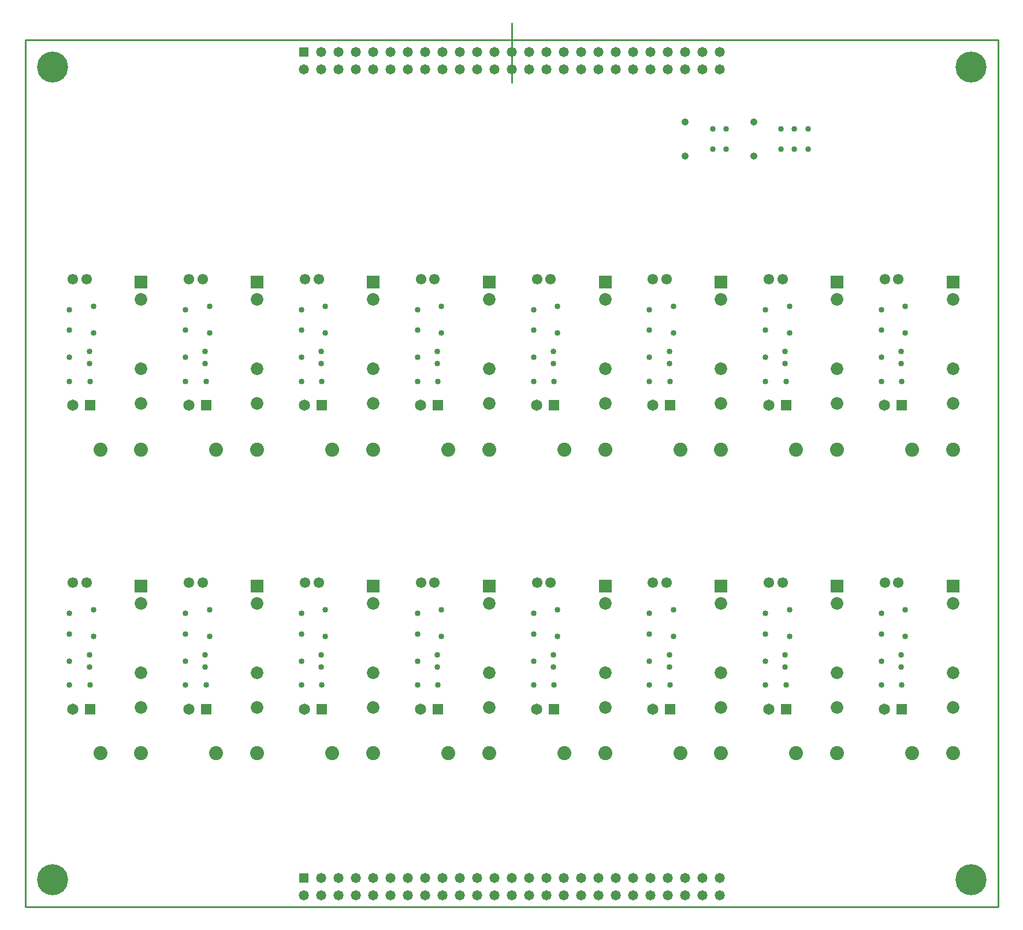
<source format=gbr>
*
*
G04 PADS Layout (Build Number 2005.266.2) generated Gerber (RS-274-X) file*
G04 PC Version=2.1*
*
%IN "cecs_module_relay_1031."*%
*
%MOMM*%
*
%FSLAX35Y35*%
*
*
*
*
G04 PC Standard Apertures*
*
*
G04 Thermal Relief Aperture macro.*
%AMTER*
1,1,$1,0,0*
1,0,$1-$2,0,0*
21,0,$3,$4,0,0,45*
21,0,$3,$4,0,0,135*
%
*
*
G04 Annular Aperture macro.*
%AMANN*
1,1,$1,0,0*
1,0,$2,0,0*
%
*
*
G04 Odd Aperture macro.*
%AMODD*
1,1,$1,0,0*
1,0,$1-0.005,0,0*
%
*
*
G04 PC Custom Aperture Macros*
*
*
*
*
*
*
G04 PC Aperture Table*
*
%ADD058C,0.254*%
%ADD079R,1.65X1.65*%
%ADD083C,1.55*%
%ADD084R,1.4724X1.4724*%
%ADD085C,1.4724*%
%ADD086C,2.05*%
%ADD089C,1.65*%
%ADD111C,0.85*%
%ADD112C,1.05*%
%ADD113R,1.85X1.85*%
%ADD114C,1.85*%
%ADD115C,4.55*%
*
*
*
*
G04 PC Custom Flashes*
G04 Layer Name cecs_module_relay_1031. - flashes*
%LPD*%
*
*
G04 PC Circuitry*
G04 Layer Name cecs_module_relay_1031. - circuitry*
%LPD*%
*
G54D58*
G01X25400000Y12700000D02*
Y25400000D01*
X39660000*
Y12700000*
X25400000*
X32530000Y25650000D02*
Y24775000D01*
G54D79*
X31450000Y20050000D03*
X33150000Y15600000D03*
Y20050000D03*
X34850000Y15600000D03*
Y20050000D03*
X36550000Y15600000D03*
Y20050000D03*
X38250000Y15600000D03*
Y20050000D03*
X26350000Y15600000D03*
Y20050000D03*
X28050000Y15600000D03*
Y20050000D03*
X29750000Y15600000D03*
Y20050000D03*
X31450000Y15600000D03*
G54D83*
X26300000Y17450000D03*
X26100000D03*
X33100000Y21900000D03*
X32900000D03*
X34800000Y17450000D03*
X34600000D03*
X34800000Y21900000D03*
X34600000D03*
X36500000Y17450000D03*
X36300000D03*
X36500000Y21900000D03*
X36300000D03*
X38200000Y17450000D03*
X38000000D03*
X38200000Y21900000D03*
X38000000D03*
X26300000D03*
X26100000D03*
X28000000Y17450000D03*
X27800000D03*
X28000000Y21900000D03*
X27800000D03*
X29700000Y17450000D03*
X29500000D03*
X29700000Y21900000D03*
X29500000D03*
X31400000Y17450000D03*
X31200000D03*
X31400000Y21900000D03*
X31200000D03*
X33100000Y17450000D03*
X32900000D03*
G54D84*
X29482000Y13127000D03*
Y25227000D03*
G54D85*
Y12873000D03*
X29736000Y13127000D03*
Y12873000D03*
X29990000Y13127000D03*
Y12873000D03*
X30244000Y13127000D03*
Y12873000D03*
X30498000Y13127000D03*
Y12873000D03*
X30752000Y13127000D03*
Y12873000D03*
X31006000Y13127000D03*
Y12873000D03*
X31260000Y13127000D03*
Y12873000D03*
X31514000Y13127000D03*
Y12873000D03*
X31768000Y13127000D03*
Y12873000D03*
X32022000Y13127000D03*
Y12873000D03*
X32276000Y13127000D03*
Y12873000D03*
X32530000Y13127000D03*
Y12873000D03*
X32784000Y13127000D03*
Y12873000D03*
X33038000Y13127000D03*
Y12873000D03*
X33292000Y13127000D03*
Y12873000D03*
X33546000Y13127000D03*
Y12873000D03*
X33800000Y13127000D03*
Y12873000D03*
X34054000Y13127000D03*
Y12873000D03*
X34308000Y13127000D03*
Y12873000D03*
X34562000Y13127000D03*
Y12873000D03*
X34816000Y13127000D03*
Y12873000D03*
X35070000Y13127000D03*
Y12873000D03*
X35324000Y13127000D03*
Y12873000D03*
X35578000Y13127000D03*
Y12873000D03*
X29482000Y24973000D03*
X29736000Y25227000D03*
Y24973000D03*
X29990000Y25227000D03*
Y24973000D03*
X30244000Y25227000D03*
Y24973000D03*
X30498000Y25227000D03*
Y24973000D03*
X30752000Y25227000D03*
Y24973000D03*
X31006000Y25227000D03*
Y24973000D03*
X31260000Y25227000D03*
Y24973000D03*
X31514000Y25227000D03*
Y24973000D03*
X31768000Y25227000D03*
Y24973000D03*
X32022000Y25227000D03*
Y24973000D03*
X32276000Y25227000D03*
Y24973000D03*
X32530000Y25227000D03*
Y24973000D03*
X32784000Y25227000D03*
Y24973000D03*
X33038000Y25227000D03*
Y24973000D03*
X33292000Y25227000D03*
Y24973000D03*
X33546000Y25227000D03*
Y24973000D03*
X33800000Y25227000D03*
Y24973000D03*
X34054000Y25227000D03*
Y24973000D03*
X34308000Y25227000D03*
Y24973000D03*
X34562000Y25227000D03*
Y24973000D03*
X34816000Y25227000D03*
Y24973000D03*
X35070000Y25227000D03*
Y24973000D03*
X35324000Y25227000D03*
Y24973000D03*
X35578000Y25227000D03*
Y24973000D03*
G54D86*
X27100000Y14950000D03*
X26500000D03*
X33900000Y19400000D03*
X33300000D03*
X35600000Y14950000D03*
X35000000D03*
X35600000Y19400000D03*
X35000000D03*
X37300000Y14950000D03*
X36700000D03*
X37300000Y19400000D03*
X36700000D03*
X39000000Y14950000D03*
X38400000D03*
X39000000Y19400000D03*
X38400000D03*
X27100000D03*
X26500000D03*
X28800000Y14950000D03*
X28200000D03*
X28800000Y19400000D03*
X28200000D03*
X30500000Y14950000D03*
X29900000D03*
X30500000Y19400000D03*
X29900000D03*
X32200000Y14950000D03*
X31600000D03*
X32200000Y19400000D03*
X31600000D03*
X33900000Y14950000D03*
X33300000D03*
G54D89*
X31196000Y20050000D03*
X32896000Y15600000D03*
Y20050000D03*
X34596000Y15600000D03*
Y20050000D03*
X36296000Y15600000D03*
Y20050000D03*
X37996000Y15600000D03*
Y20050000D03*
X26096000Y15600000D03*
Y20050000D03*
X27796000Y15600000D03*
Y20050000D03*
X29496000Y15600000D03*
Y20050000D03*
X31196000Y15600000D03*
G54D111*
X35475000Y24100000D03*
Y23800000D03*
X35675000Y24100000D03*
Y23800000D03*
X36475000Y24100000D03*
Y23800000D03*
X36675000Y24100000D03*
Y23800000D03*
X36875000Y24100000D03*
Y23800000D03*
X26339700Y16211100D03*
Y16388900D03*
X26050000Y16300000D03*
X33139700Y20661100D03*
Y20838900D03*
X32850000Y20750000D03*
X34839700Y16211100D03*
Y16388900D03*
X34550000Y16300000D03*
X34839700Y20661100D03*
Y20838900D03*
X34550000Y20750000D03*
X36539700Y16211100D03*
Y16388900D03*
X36250000Y16300000D03*
X36539700Y20661100D03*
Y20838900D03*
X36250000Y20750000D03*
X38239700Y16211100D03*
Y16388900D03*
X37950000Y16300000D03*
X38239700Y20661100D03*
Y20838900D03*
X37950000Y20750000D03*
X26339700Y20661100D03*
Y20838900D03*
X26050000Y20750000D03*
X28039700Y16211100D03*
Y16388900D03*
X27750000Y16300000D03*
X28039700Y20661100D03*
Y20838900D03*
X27750000Y20750000D03*
X29739700Y16211100D03*
Y16388900D03*
X29450000Y16300000D03*
X29739700Y20661100D03*
Y20838900D03*
X29450000Y20750000D03*
X31439700Y16211100D03*
Y16388900D03*
X31150000Y16300000D03*
X31439700Y20661100D03*
Y20838900D03*
X31150000Y20750000D03*
X33139700Y16211100D03*
Y16388900D03*
X32850000Y16300000D03*
X26400000Y17050000D03*
Y16662500D03*
X27750000Y21450000D03*
Y21150000D03*
X28050000Y15950000D03*
X27750000D03*
X28050000Y20400000D03*
X27750000D03*
X29800000Y17050000D03*
Y16662500D03*
Y21500000D03*
Y21112500D03*
X29450000Y17000000D03*
Y16700000D03*
Y21450000D03*
Y21150000D03*
X29750000Y15950000D03*
X29450000D03*
X29750000Y20400000D03*
X29450000D03*
X31500000Y17050000D03*
Y16662500D03*
X26400000Y21500000D03*
Y21112500D03*
X31500000Y21500000D03*
Y21112500D03*
X31150000Y17000000D03*
Y16700000D03*
Y21450000D03*
Y21150000D03*
X31450000Y15950000D03*
X31150000D03*
X31450000Y20400000D03*
X31150000D03*
X33200000Y17050000D03*
Y16662500D03*
Y21500000D03*
Y21112500D03*
X32850000Y17000000D03*
Y16700000D03*
Y21450000D03*
Y21150000D03*
X33150000Y15950000D03*
X32850000D03*
X26050000Y17000000D03*
Y16700000D03*
X33150000Y20400000D03*
X32850000D03*
X34900000Y17050000D03*
Y16662500D03*
X34550000Y17000000D03*
Y16700000D03*
X34900000Y21500000D03*
Y21112500D03*
X34550000Y21450000D03*
Y21150000D03*
X34850000Y15950000D03*
X34550000D03*
X34850000Y20400000D03*
X34550000D03*
X36600000Y17050000D03*
Y16662500D03*
Y21500000D03*
Y21112500D03*
X36250000Y17000000D03*
Y16700000D03*
X26050000Y21450000D03*
Y21150000D03*
X36250000Y21450000D03*
Y21150000D03*
X36550000Y15950000D03*
X36250000D03*
X36550000Y20400000D03*
X36250000D03*
X38300000Y17050000D03*
Y16662500D03*
X37950000Y17000000D03*
Y16700000D03*
X38300000Y21500000D03*
Y21112500D03*
X37950000Y21450000D03*
Y21150000D03*
X38250000Y15950000D03*
X37950000D03*
X38250000Y20400000D03*
X37950000D03*
X26350000Y15950000D03*
X26050000D03*
X26350000Y20400000D03*
X26050000D03*
X28100000Y17050000D03*
Y16662500D03*
X27750000Y17000000D03*
Y16700000D03*
X28100000Y21500000D03*
Y21112500D03*
X35475000Y24100000D03*
Y23800000D03*
X35675000Y24100000D03*
Y23800000D03*
X36475000Y24100000D03*
Y23800000D03*
X36675000Y24100000D03*
Y23800000D03*
X36875000Y24100000D03*
Y23800000D03*
X26339700Y16211100D03*
Y16388900D03*
X26050000Y16300000D03*
X33139700Y20661100D03*
Y20838900D03*
X32850000Y20750000D03*
X34839700Y16211100D03*
Y16388900D03*
X34550000Y16300000D03*
X34839700Y20661100D03*
Y20838900D03*
X34550000Y20750000D03*
X36539700Y16211100D03*
Y16388900D03*
X36250000Y16300000D03*
X36539700Y20661100D03*
Y20838900D03*
X36250000Y20750000D03*
X38239700Y16211100D03*
Y16388900D03*
X37950000Y16300000D03*
X38239700Y20661100D03*
Y20838900D03*
X37950000Y20750000D03*
X26339700Y20661100D03*
Y20838900D03*
X26050000Y20750000D03*
X28039700Y16211100D03*
Y16388900D03*
X27750000Y16300000D03*
X28039700Y20661100D03*
Y20838900D03*
X27750000Y20750000D03*
X29739700Y16211100D03*
Y16388900D03*
X29450000Y16300000D03*
X29739700Y20661100D03*
Y20838900D03*
X29450000Y20750000D03*
X31439700Y16211100D03*
Y16388900D03*
X31150000Y16300000D03*
X31439700Y20661100D03*
Y20838900D03*
X31150000Y20750000D03*
X33139700Y16211100D03*
Y16388900D03*
X32850000Y16300000D03*
X26400000Y17050000D03*
Y16662500D03*
X27750000Y21450000D03*
Y21150000D03*
X28050000Y15950000D03*
X27750000D03*
X28050000Y20400000D03*
X27750000D03*
X29800000Y17050000D03*
Y16662500D03*
Y21500000D03*
Y21112500D03*
X29450000Y17000000D03*
Y16700000D03*
Y21450000D03*
Y21150000D03*
X29750000Y15950000D03*
X29450000D03*
X29750000Y20400000D03*
X29450000D03*
X31500000Y17050000D03*
Y16662500D03*
X26400000Y21500000D03*
Y21112500D03*
X31500000Y21500000D03*
Y21112500D03*
X31150000Y17000000D03*
Y16700000D03*
Y21450000D03*
Y21150000D03*
X31450000Y15950000D03*
X31150000D03*
X31450000Y20400000D03*
X31150000D03*
X33200000Y17050000D03*
Y16662500D03*
Y21500000D03*
Y21112500D03*
X32850000Y17000000D03*
Y16700000D03*
Y21450000D03*
Y21150000D03*
X33150000Y15950000D03*
X32850000D03*
X26050000Y17000000D03*
Y16700000D03*
X33150000Y20400000D03*
X32850000D03*
X34900000Y17050000D03*
Y16662500D03*
X34550000Y17000000D03*
Y16700000D03*
X34900000Y21500000D03*
Y21112500D03*
X34550000Y21450000D03*
Y21150000D03*
X34850000Y15950000D03*
X34550000D03*
X34850000Y20400000D03*
X34550000D03*
X36600000Y17050000D03*
Y16662500D03*
Y21500000D03*
Y21112500D03*
X36250000Y17000000D03*
Y16700000D03*
X26050000Y21450000D03*
Y21150000D03*
X36250000Y21450000D03*
Y21150000D03*
X36550000Y15950000D03*
X36250000D03*
X36550000Y20400000D03*
X36250000D03*
X38300000Y17050000D03*
Y16662500D03*
X37950000Y17000000D03*
Y16700000D03*
X38300000Y21500000D03*
Y21112500D03*
X37950000Y21450000D03*
Y21150000D03*
X38250000Y15950000D03*
X37950000D03*
X38250000Y20400000D03*
X37950000D03*
X26350000Y15950000D03*
X26050000D03*
X26350000Y20400000D03*
X26050000D03*
X28100000Y17050000D03*
Y16662500D03*
X27750000Y17000000D03*
Y16700000D03*
X28100000Y21500000D03*
Y21112500D03*
G54D112*
X36075000Y24200000D03*
Y23700000D03*
X35075000Y24200000D03*
Y23700000D03*
X36075000Y24200000D03*
Y23700000D03*
X35075000Y24200000D03*
Y23700000D03*
G54D113*
X27100000Y17400000D03*
X33900000Y21850000D03*
X35600000Y17400000D03*
Y21850000D03*
X37300000Y17400000D03*
Y21850000D03*
X39000000Y17400000D03*
Y21850000D03*
X27100000D03*
X28800000Y17400000D03*
Y21850000D03*
X30500000Y17400000D03*
Y21850000D03*
X32200000Y17400000D03*
Y21850000D03*
X33900000Y17400000D03*
G54D114*
X27100000Y17146000D03*
Y15622000D03*
Y16130000D03*
X33900000Y21596000D03*
Y20072000D03*
Y20580000D03*
X35600000Y17146000D03*
Y15622000D03*
Y16130000D03*
Y21596000D03*
Y20072000D03*
Y20580000D03*
X37300000Y17146000D03*
Y15622000D03*
Y16130000D03*
Y21596000D03*
Y20072000D03*
Y20580000D03*
X39000000Y17146000D03*
Y15622000D03*
Y16130000D03*
Y21596000D03*
Y20072000D03*
Y20580000D03*
X27100000Y21596000D03*
Y20072000D03*
Y20580000D03*
X28800000Y17146000D03*
Y15622000D03*
Y16130000D03*
Y21596000D03*
Y20072000D03*
Y20580000D03*
X30500000Y17146000D03*
Y15622000D03*
Y16130000D03*
Y21596000D03*
Y20072000D03*
Y20580000D03*
X32200000Y17146000D03*
Y15622000D03*
Y16130000D03*
Y21596000D03*
Y20072000D03*
Y20580000D03*
X33900000Y17146000D03*
Y15622000D03*
Y16130000D03*
G54D115*
X25800000Y25000000D03*
X39260000D03*
Y13100000D03*
X25800000D03*
X0Y0D02*
M02*

</source>
